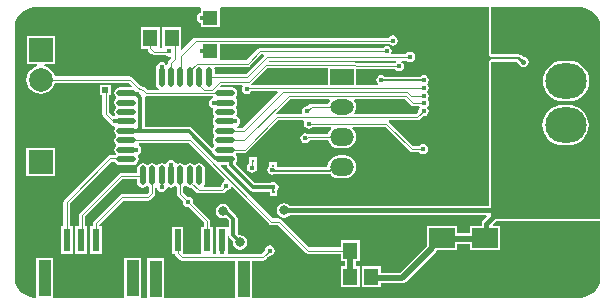
<source format=gtl>
G04*
G04 #@! TF.GenerationSoftware,Altium Limited,Altium Designer,20.1.7 (139)*
G04*
G04 Layer_Physical_Order=1*
G04 Layer_Color=255*
%FSLAX25Y25*%
%MOIN*%
G70*
G04*
G04 #@! TF.SameCoordinates,395A0049-4C10-4893-9831-33377791372B*
G04*
G04*
G04 #@! TF.FilePolarity,Positive*
G04*
G01*
G75*
%ADD14C,0.00394*%
%ADD15C,0.00787*%
%ADD36C,0.00472*%
%ADD37R,0.02000X0.02000*%
%ADD38O,0.02165X0.06496*%
%ADD39O,0.06496X0.02165*%
%ADD40R,0.00984X0.00984*%
%ADD41R,0.04724X0.05512*%
%ADD42R,0.08500X0.06500*%
%ADD43R,0.03937X0.12205*%
%ADD44R,0.02362X0.07480*%
%ADD45R,0.04724X0.04724*%
%ADD46C,0.01968*%
%ADD47C,0.01575*%
%ADD48C,0.01181*%
%ADD49C,0.00492*%
%ADD50R,0.07874X0.07874*%
%ADD51C,0.07874*%
%ADD52O,0.13780X0.11811*%
%ADD53R,0.07874X0.05512*%
%ADD54O,0.07874X0.05118*%
%ADD55O,0.07874X0.05906*%
%ADD56C,0.02362*%
%ADD57C,0.01772*%
%ADD58C,0.03150*%
%ADD59C,0.01800*%
%ADD60C,0.01087*%
G36*
X107874Y197622D02*
X162459Y197622D01*
X162783Y197122D01*
Y195713D01*
X162630Y195683D01*
X162072Y195310D01*
X161699Y194752D01*
X161569Y194095D01*
X161699Y193437D01*
X162072Y192879D01*
X162630Y192507D01*
X162783Y192476D01*
Y190932D01*
X169107D01*
Y197122D01*
X169107Y197257D01*
X169431Y197622D01*
X258928Y197622D01*
Y181926D01*
X258991Y181614D01*
X259167Y181349D01*
X259432Y181172D01*
X259744Y181110D01*
X268817D01*
X269045Y181065D01*
X269238Y180936D01*
X269720Y180454D01*
X269787Y180409D01*
X269844Y180352D01*
X269918Y180322D01*
X269985Y180277D01*
X270064Y180261D01*
X270138Y180231D01*
X270218D01*
X270297Y180215D01*
X270370Y180229D01*
X270750Y180154D01*
X271038Y179962D01*
X271230Y179674D01*
X271298Y179334D01*
X271230Y178995D01*
X271038Y178707D01*
X270750Y178515D01*
X270410Y178447D01*
X270071Y178515D01*
X269783Y178707D01*
X269591Y178995D01*
X269527Y179318D01*
X269496Y179392D01*
X269480Y179471D01*
X269436Y179537D01*
X269405Y179612D01*
X269348Y179668D01*
X269303Y179735D01*
X268970Y180068D01*
X268706Y180245D01*
X268393Y180307D01*
X268393Y180307D01*
X259744D01*
X259432Y180245D01*
X259167Y180068D01*
X258991Y179804D01*
X258928Y179492D01*
Y131540D01*
X192424D01*
X192362Y131633D01*
X191576Y132158D01*
X190650Y132343D01*
X189723Y132158D01*
X188937Y131633D01*
X188413Y130848D01*
X188228Y129921D01*
X188413Y128995D01*
X188937Y128209D01*
X189723Y127684D01*
X190650Y127500D01*
X191576Y127684D01*
X192362Y128209D01*
X192424Y128303D01*
X258038D01*
X258229Y127841D01*
X256941Y126553D01*
X256590Y126028D01*
X256467Y125408D01*
Y124768D01*
X252430D01*
Y122292D01*
X248259D01*
Y124768D01*
X238159D01*
Y118629D01*
X238124Y118453D01*
X238124Y118453D01*
Y118059D01*
X229266Y109201D01*
X222847D01*
Y111430D01*
X216523D01*
Y104318D01*
X222847D01*
Y105563D01*
X230020D01*
X230020Y105563D01*
X230716Y105701D01*
X231306Y106096D01*
X241229Y116019D01*
X241229Y116019D01*
X241624Y116609D01*
X241635Y116668D01*
X248259D01*
Y118653D01*
X252430D01*
Y116668D01*
X262530D01*
Y124768D01*
X260388D01*
X260196Y125230D01*
X261316Y126350D01*
X296048D01*
Y107874D01*
X296048Y107177D01*
X295776Y105811D01*
X295243Y104525D01*
X294469Y103366D01*
X293484Y102381D01*
X292326Y101608D01*
X291039Y101075D01*
X289673Y100803D01*
X179934D01*
Y113163D01*
X183511D01*
X183915Y113244D01*
X184258Y113473D01*
X185639Y114854D01*
X185827Y114817D01*
X186485Y114947D01*
X187042Y115320D01*
X187415Y115878D01*
X187546Y116535D01*
X187415Y117193D01*
X187042Y117751D01*
X186485Y118123D01*
X185827Y118254D01*
X185169Y118123D01*
X184611Y117751D01*
X184239Y117193D01*
X184108Y116535D01*
X184145Y116348D01*
X183073Y115276D01*
X179591D01*
X179563Y115282D01*
X174768D01*
X174740Y115276D01*
X172317D01*
X171846Y115347D01*
Y121286D01*
X172346Y121335D01*
X172411Y121013D01*
X172718Y120553D01*
X173632Y119639D01*
X173563Y119291D01*
X173747Y118365D01*
X174272Y117579D01*
X175058Y117054D01*
X175984Y116870D01*
X176911Y117054D01*
X177696Y117579D01*
X178221Y118365D01*
X178406Y119291D01*
X178221Y120218D01*
X177696Y121003D01*
X176911Y121528D01*
X175984Y121713D01*
X175637Y121644D01*
X175138Y122142D01*
Y127067D01*
X175030Y127610D01*
X174723Y128069D01*
X172482Y130310D01*
X172414Y130651D01*
X171889Y131437D01*
X171104Y131961D01*
X170177Y132146D01*
X169251Y131961D01*
X168465Y131437D01*
X167940Y130651D01*
X167756Y129724D01*
X167940Y128798D01*
X168465Y128012D01*
X169251Y127487D01*
X170177Y127303D01*
X171104Y127487D01*
X171218Y127564D01*
X172303Y126480D01*
Y124532D01*
X171846Y124427D01*
X171803Y124427D01*
X167884D01*
Y115347D01*
X167413Y115276D01*
X167396D01*
X166925Y115347D01*
X166925Y115776D01*
Y124427D01*
X166001D01*
Y126394D01*
X165920Y126799D01*
X165691Y127142D01*
X160343Y132490D01*
X160380Y132677D01*
X160249Y133335D01*
X159877Y133893D01*
X159319Y134265D01*
X158661Y134396D01*
X158474Y134359D01*
X156962Y135871D01*
Y137726D01*
X157317Y137963D01*
X157650Y138010D01*
X157982Y137963D01*
X158490Y137624D01*
X159224Y137478D01*
X159707Y137574D01*
X161414Y135867D01*
X161757Y135638D01*
X162161Y135558D01*
X169783D01*
X170188Y135638D01*
X170530Y135867D01*
X171171Y136507D01*
X171358Y136470D01*
X172016Y136601D01*
X172574Y136974D01*
X172914Y137483D01*
X173056Y137567D01*
X173425Y137679D01*
X185670Y125434D01*
X186013Y125205D01*
X186417Y125125D01*
X188539D01*
X197875Y115788D01*
X198218Y115559D01*
X198622Y115479D01*
X209436D01*
Y112979D01*
X210878D01*
Y111430D01*
X209436D01*
Y104318D01*
X215761D01*
Y111430D01*
X214516D01*
Y112979D01*
X215761D01*
Y120091D01*
X209436D01*
Y117592D01*
X199060D01*
X189724Y126928D01*
X189381Y127157D01*
X188976Y127238D01*
X186855D01*
X169498Y144595D01*
X169689Y145057D01*
X171439D01*
Y145056D01*
X171547Y144514D01*
X171854Y144054D01*
X179285Y136623D01*
X179745Y136316D01*
X180288Y136208D01*
X185814D01*
Y134830D01*
X188398D01*
Y136628D01*
X188625Y136968D01*
X188756Y137626D01*
X188625Y138283D01*
X188253Y138841D01*
X187695Y139214D01*
X187037Y139345D01*
X186379Y139214D01*
X186125Y139043D01*
X180875D01*
X174445Y145473D01*
X174460Y145619D01*
X174876Y146242D01*
X175022Y146976D01*
X174876Y147711D01*
X174537Y148219D01*
X174490Y148551D01*
X174537Y148884D01*
X174735Y149180D01*
X177559D01*
X177948Y149258D01*
X178278Y149478D01*
X188716Y159916D01*
X196942D01*
X197211Y159416D01*
X197100Y158858D01*
X197231Y158201D01*
X197603Y157643D01*
X198161Y157270D01*
X198819Y157139D01*
X199477Y157270D01*
X200034Y157643D01*
X200167Y157842D01*
X206243D01*
X206413Y157342D01*
X206182Y157165D01*
X205580Y156381D01*
X205234Y155545D01*
X198639D01*
X198427Y155503D01*
X198394Y155525D01*
X197736Y155656D01*
X197078Y155525D01*
X196521Y155152D01*
X196148Y154595D01*
X196017Y153937D01*
X196148Y153279D01*
X196521Y152722D01*
X197078Y152349D01*
X197736Y152218D01*
X198394Y152349D01*
X198952Y152722D01*
X199324Y153279D01*
X199355Y153432D01*
X205234D01*
X205580Y152596D01*
X206182Y151812D01*
X206966Y151210D01*
X207879Y150832D01*
X208858Y150703D01*
X210827D01*
X211806Y150832D01*
X212719Y151210D01*
X213503Y151812D01*
X214105Y152596D01*
X214483Y153508D01*
X214612Y154488D01*
X214483Y155468D01*
X214105Y156381D01*
X213503Y157165D01*
X213272Y157342D01*
X213442Y157842D01*
X224185D01*
X232451Y149577D01*
X232780Y149356D01*
X233169Y149279D01*
X235561D01*
X235694Y149080D01*
X236252Y148707D01*
X236910Y148576D01*
X237567Y148707D01*
X238125Y149080D01*
X238497Y149637D01*
X238628Y150295D01*
X238497Y150953D01*
X238125Y151511D01*
X237567Y151883D01*
X236910Y152014D01*
X236252Y151883D01*
X235694Y151511D01*
X235561Y151312D01*
X233590D01*
X225486Y159416D01*
X225693Y159916D01*
X235047D01*
X235435Y159993D01*
X235765Y160214D01*
X236872Y161320D01*
X237106Y161273D01*
X237764Y161404D01*
X238322Y161777D01*
X238694Y162334D01*
X238825Y162992D01*
X238694Y163650D01*
X238322Y164207D01*
X238563Y164648D01*
X238793Y164992D01*
X238924Y165650D01*
X238793Y166307D01*
X238420Y166865D01*
X238571Y167366D01*
X238694Y167551D01*
X238825Y168209D01*
X238694Y168866D01*
X238322Y169424D01*
Y169562D01*
X238336Y169571D01*
X238709Y170129D01*
X238840Y170787D01*
X238709Y171444D01*
X238559Y171669D01*
X238357Y172046D01*
X238554Y172458D01*
X238694Y172669D01*
X238825Y173327D01*
X238694Y173985D01*
X238322Y174542D01*
X237764Y174915D01*
X237106Y175046D01*
X236449Y174915D01*
X235893Y174544D01*
X224244D01*
X223689Y174915D01*
X223031Y175046D01*
X222374Y174915D01*
X221816Y174542D01*
X221444Y173985D01*
X221313Y173327D01*
X221444Y172669D01*
X221816Y172111D01*
X221838Y172097D01*
X221686Y171597D01*
X214580D01*
Y176936D01*
X227490D01*
X227623Y176737D01*
X228181Y176365D01*
X228839Y176234D01*
X229496Y176365D01*
X230054Y176737D01*
X230427Y177295D01*
X230557Y177953D01*
X230427Y178611D01*
X230054Y179168D01*
X229742Y179376D01*
X229894Y179876D01*
X231305D01*
X231363Y179788D01*
X231921Y179416D01*
X232579Y179285D01*
X233237Y179416D01*
X233794Y179788D01*
X234167Y180346D01*
X234298Y181004D01*
X234167Y181662D01*
X233794Y182219D01*
X233237Y182592D01*
X232579Y182723D01*
X231921Y182592D01*
X231363Y182219D01*
X231156Y181909D01*
X226676D01*
X226410Y182409D01*
X226522Y182972D01*
X226391Y183630D01*
X226019Y184188D01*
X225461Y184560D01*
X224803Y184691D01*
X224145Y184560D01*
X223588Y184188D01*
X223482Y184029D01*
X182579D01*
X182174Y183949D01*
X181832Y183720D01*
X178007Y179895D01*
X169602D01*
X169107Y179909D01*
Y185499D01*
X225423D01*
X225556Y185300D01*
X226114Y184928D01*
X226772Y184797D01*
X227429Y184928D01*
X227987Y185300D01*
X228360Y185858D01*
X228490Y186516D01*
X228360Y187173D01*
X227987Y187731D01*
X227429Y188104D01*
X226772Y188235D01*
X226114Y188104D01*
X225556Y187731D01*
X225423Y187532D01*
X161122D01*
X160733Y187455D01*
X160403Y187234D01*
X156668Y183500D01*
X156312Y183850D01*
Y190957D01*
X149987D01*
Y183931D01*
X149225D01*
Y190957D01*
X142901D01*
Y183846D01*
X145028D01*
X145087Y183552D01*
X145316Y183210D01*
X146399Y182127D01*
X146741Y181898D01*
X147146Y181817D01*
X150995D01*
X151095Y181667D01*
X151652Y181295D01*
X152310Y181164D01*
X152676Y181237D01*
X152761Y181188D01*
X152897Y180671D01*
X152107Y179881D01*
X151878Y179538D01*
X151798Y179134D01*
Y178607D01*
X151298Y178455D01*
X151019Y178873D01*
X150461Y179245D01*
X149803Y179376D01*
X149145Y179245D01*
X148588Y178873D01*
X148215Y178315D01*
X148084Y177657D01*
X148115Y177505D01*
X148002Y177337D01*
X147856Y176602D01*
Y172272D01*
X148002Y171537D01*
X148418Y170914D01*
X149041Y170498D01*
X148980Y170001D01*
X145144D01*
X144245Y170900D01*
X143902Y171129D01*
X143498Y171209D01*
X143476D01*
X143476Y171209D01*
Y171219D01*
X143073Y171299D01*
X142732Y171527D01*
X142725Y171520D01*
X139998Y174247D01*
X139656Y174476D01*
X139251Y174557D01*
X114139D01*
X114115Y174737D01*
X113638Y175889D01*
X112879Y176878D01*
X111889Y177638D01*
X110737Y178115D01*
X110811Y178605D01*
X114237D01*
Y188080D01*
X104763D01*
Y178605D01*
X108189D01*
X108263Y178115D01*
X107111Y177638D01*
X106122Y176878D01*
X105362Y175889D01*
X104885Y174737D01*
X104722Y173500D01*
X104885Y172263D01*
X105362Y171111D01*
X106122Y170122D01*
X107111Y169362D01*
X108263Y168885D01*
X109500Y168722D01*
X110737Y168885D01*
X111889Y169362D01*
X112879Y170122D01*
X113638Y171111D01*
X114115Y172263D01*
X114139Y172443D01*
X138814D01*
X139814Y171443D01*
X139607Y170943D01*
X135898D01*
X135163Y170797D01*
X134540Y170381D01*
X134124Y169758D01*
X133978Y169024D01*
X134124Y168289D01*
X134540Y167666D01*
Y167231D01*
X134124Y166609D01*
X133978Y165874D01*
X134124Y165139D01*
X134463Y164632D01*
X134510Y164299D01*
X134463Y163967D01*
X134124Y163459D01*
X133978Y162724D01*
X134124Y161990D01*
X134272Y161769D01*
X134271Y161745D01*
X134063Y161334D01*
X133556Y161246D01*
X132159Y162642D01*
Y168279D01*
X132856D01*
Y171879D01*
X129256D01*
Y168279D01*
X130046D01*
Y162205D01*
X130126Y161800D01*
X130355Y161458D01*
X132606Y159207D01*
X132664Y158917D01*
X133037Y158359D01*
X133594Y157987D01*
X134019Y157902D01*
X134271Y157404D01*
X134272Y157381D01*
X134124Y157160D01*
X133978Y156425D01*
X134124Y155691D01*
X134463Y155183D01*
X134510Y154850D01*
X134463Y154518D01*
X134124Y154010D01*
X133978Y153276D01*
X134124Y152541D01*
X134540Y151918D01*
Y151483D01*
X134124Y150861D01*
X133978Y150126D01*
X134124Y149391D01*
X134463Y148884D01*
X134483Y148742D01*
X134178Y148301D01*
X132677D01*
X132273Y148220D01*
X131930Y147991D01*
X117363Y133424D01*
X117134Y133081D01*
X117054Y132677D01*
Y124619D01*
X116129D01*
Y115539D01*
X120091D01*
Y124619D01*
X119167D01*
Y132239D01*
X133115Y146188D01*
X134160D01*
X134540Y145619D01*
X135163Y145203D01*
X135898Y145057D01*
X140228D01*
X140963Y145203D01*
X141586Y145619D01*
X142002Y146242D01*
X142148Y146976D01*
X142002Y147711D01*
X141819Y147984D01*
X141996Y148412D01*
X142554Y148785D01*
X142927Y149342D01*
X143057Y150000D01*
X142927Y150658D01*
X142554Y151215D01*
X142267Y151407D01*
X142121Y152020D01*
X142131Y152054D01*
X142246Y152219D01*
X158885D01*
X170848Y140256D01*
X170736Y139887D01*
X170652Y139745D01*
X170143Y139404D01*
X169770Y138847D01*
X169639Y138189D01*
X169670Y138037D01*
X169342Y137671D01*
X164010D01*
X163819Y138171D01*
X164147Y138663D01*
X164294Y139398D01*
Y143728D01*
X164147Y144463D01*
X163731Y145086D01*
X163109Y145502D01*
X162374Y145648D01*
X161639Y145502D01*
X161017Y145086D01*
X160582D01*
X159959Y145502D01*
X159224Y145648D01*
X158490Y145502D01*
X157982Y145162D01*
X157650Y145116D01*
X157317Y145162D01*
X156809Y145502D01*
X156075Y145648D01*
X155340Y145502D01*
X155108Y145347D01*
X154553Y145577D01*
X154541Y145638D01*
X154168Y146196D01*
X153611Y146568D01*
X152953Y146699D01*
X152295Y146568D01*
X151737Y146196D01*
X151365Y145638D01*
X151346Y145545D01*
X150791Y145314D01*
X150510Y145502D01*
X149776Y145648D01*
X149041Y145502D01*
X148418Y145086D01*
X147983D01*
X147361Y145502D01*
X146626Y145648D01*
X145891Y145502D01*
X145269Y145086D01*
X144834D01*
X144211Y145502D01*
X143476Y145648D01*
X142742Y145502D01*
X142119Y145086D01*
X141703Y144463D01*
X141557Y143728D01*
Y142395D01*
X136221D01*
X135816Y142315D01*
X135473Y142086D01*
X122481Y129094D01*
X122252Y128751D01*
X122172Y128347D01*
Y124619D01*
X121050D01*
Y115539D01*
X125013D01*
Y124619D01*
X124285D01*
Y127909D01*
X136658Y140282D01*
X141557D01*
Y139398D01*
X141703Y138663D01*
X142119Y138040D01*
X142742Y137624D01*
X143476Y137478D01*
X144211Y137624D01*
X144834Y138040D01*
X145384Y137963D01*
X145570Y137839D01*
Y136040D01*
X144838Y135309D01*
X136614D01*
X136210Y135228D01*
X135867Y134999D01*
X127206Y126338D01*
X126977Y125995D01*
X126896Y125591D01*
Y124619D01*
X125972D01*
Y115539D01*
X129934D01*
Y124619D01*
X129009D01*
Y125153D01*
X137052Y133195D01*
X145276D01*
X145680Y133276D01*
X146023Y133505D01*
X147373Y134855D01*
X147602Y135198D01*
X147682Y135602D01*
Y137252D01*
X148182Y137302D01*
X148215Y137137D01*
X148588Y136580D01*
X149145Y136207D01*
X149803Y136076D01*
X150461Y136207D01*
X151019Y136580D01*
X151391Y137137D01*
X151465Y137508D01*
X152002Y137750D01*
X152191Y137624D01*
X152925Y137478D01*
X153660Y137624D01*
X154167Y137963D01*
X154365Y137991D01*
X154849Y137679D01*
Y135433D01*
X154929Y135029D01*
X155158Y134686D01*
X156980Y132865D01*
X156943Y132677D01*
X157073Y132019D01*
X157446Y131462D01*
X158004Y131089D01*
X158661Y130958D01*
X158849Y130996D01*
X163888Y125957D01*
Y124427D01*
X162963D01*
Y115776D01*
X162963Y115347D01*
X162492Y115276D01*
X157554D01*
X157083Y115347D01*
Y124427D01*
X153121D01*
Y115347D01*
X154168D01*
X154175Y115310D01*
X154404Y114968D01*
X155899Y113473D01*
X156242Y113244D01*
X156647Y113163D01*
X174397D01*
Y100803D01*
X150534D01*
Y113989D01*
X144997D01*
Y100803D01*
X142943D01*
Y114181D01*
X137406D01*
Y100803D01*
X113542D01*
Y114181D01*
X108005D01*
Y100803D01*
X107177D01*
X105811Y101075D01*
X104525Y101608D01*
X103366Y102381D01*
X102381Y103366D01*
X101608Y104525D01*
X101075Y105811D01*
X100803Y107177D01*
Y107874D01*
Y190551D01*
Y191248D01*
X101075Y192614D01*
X101608Y193901D01*
X102381Y195059D01*
X103366Y196044D01*
X104525Y196818D01*
X105811Y197351D01*
X107177Y197622D01*
X107874Y197622D01*
D02*
G37*
G36*
X227935Y179376D02*
X227623Y179168D01*
X227490Y178969D01*
X214897D01*
X214581Y179180D01*
X214192Y179257D01*
X185752D01*
X185488Y179757D01*
X185570Y179876D01*
X227783D01*
X227935Y179376D01*
D02*
G37*
G36*
X291039Y197351D02*
X292326Y196818D01*
X293484Y196044D01*
X294469Y195059D01*
X295243Y193901D01*
X295776Y192614D01*
X296048Y191248D01*
X296048Y190551D01*
Y190551D01*
D01*
Y127165D01*
X259807D01*
X259744Y127228D01*
Y179492D01*
X268393D01*
X268727Y179158D01*
X268823Y178677D01*
X269195Y178119D01*
X269753Y177746D01*
X270410Y177615D01*
X271068Y177746D01*
X271626Y178119D01*
X271999Y178677D01*
X272129Y179334D01*
X271999Y179992D01*
X271626Y180550D01*
X271068Y180922D01*
X270410Y181053D01*
X270297Y181031D01*
X269758Y181569D01*
X269363Y181833D01*
X268898Y181926D01*
X259744D01*
Y197622D01*
X288976D01*
X289673D01*
X291039Y197351D01*
D02*
G37*
G36*
X183916Y181416D02*
X177926Y175426D01*
X167443D01*
Y176602D01*
X167308Y177282D01*
X167344Y177435D01*
X167530Y177782D01*
X178445D01*
X178849Y177863D01*
X179192Y178092D01*
X183016Y181916D01*
X183708D01*
X183916Y181416D01*
D02*
G37*
G36*
X205105Y171597D02*
X179877D01*
X179725Y172097D01*
X179754Y172116D01*
X184863Y177225D01*
X205105D01*
Y171597D01*
D02*
G37*
G36*
X205796Y166528D02*
X205530Y166182D01*
X205266Y165545D01*
X199823D01*
X199418Y165464D01*
X199076Y165235D01*
X198416Y164575D01*
X198228Y164613D01*
X197571Y164482D01*
X197013Y164109D01*
X196640Y163551D01*
X196510Y162894D01*
X196598Y162449D01*
X196277Y161949D01*
X188294D01*
X188186Y161927D01*
X187939Y162388D01*
X192579Y167028D01*
X205549D01*
X205796Y166528D01*
D02*
G37*
G36*
X232844Y164931D02*
X233174Y164711D01*
X233563Y164633D01*
X235628D01*
X235757Y164424D01*
X235835Y164153D01*
X235748Y163994D01*
X235518Y163650D01*
X235387Y162992D01*
X235434Y162757D01*
X234626Y161949D01*
X214136D01*
X213890Y162449D01*
X214155Y162794D01*
X214493Y163611D01*
X214609Y164488D01*
X214493Y165365D01*
X214155Y166182D01*
X213890Y166528D01*
X214136Y167028D01*
X230748D01*
X232844Y164931D01*
D02*
G37*
G36*
X176753Y171318D02*
X176562Y171032D01*
X176431Y170374D01*
X176562Y169716D01*
X176934Y169159D01*
X177492Y168786D01*
X178150Y168655D01*
X178807Y168786D01*
X179365Y169159D01*
X179636Y169564D01*
X188339D01*
X188531Y169102D01*
X176744Y157316D01*
X175196D01*
X175043Y157523D01*
X175161Y158153D01*
X175428Y158332D01*
X175801Y158889D01*
X175931Y159547D01*
X175801Y160205D01*
X175428Y160763D01*
X174870Y161135D01*
X174672Y161685D01*
X174876Y161990D01*
X175022Y162724D01*
X174876Y163459D01*
X174537Y163967D01*
X174490Y164299D01*
X174537Y164632D01*
X174876Y165139D01*
X175022Y165874D01*
X174876Y166609D01*
X174460Y167231D01*
Y167666D01*
X174876Y168289D01*
X175022Y169024D01*
X174876Y169758D01*
X174460Y170381D01*
X173837Y170797D01*
X173102Y170943D01*
X169446D01*
X169239Y171443D01*
X169614Y171818D01*
X176486D01*
X176753Y171318D01*
D02*
G37*
G36*
X144706Y167888D02*
X166776D01*
X166855Y167785D01*
X166666Y167240D01*
X166653Y167229D01*
X166107Y166865D01*
X165735Y166307D01*
X165604Y165650D01*
X165735Y164992D01*
X166107Y164434D01*
X166665Y164062D01*
X166873Y164020D01*
X167064Y163558D01*
X166998Y163459D01*
X166852Y162724D01*
X166998Y161990D01*
X167414Y161367D01*
Y160932D01*
X166998Y160309D01*
X166852Y159575D01*
X166998Y158840D01*
X167338Y158333D01*
X167384Y158000D01*
X167338Y157668D01*
X166998Y157160D01*
X166852Y156425D01*
X166998Y155691D01*
X167338Y155183D01*
X167384Y154850D01*
X167338Y154518D01*
X166998Y154010D01*
X166852Y153276D01*
X166998Y152541D01*
X167414Y151918D01*
Y151483D01*
X166998Y150861D01*
X166986Y150800D01*
X166508Y150655D01*
X159762Y157400D01*
X159302Y157708D01*
X158760Y157815D01*
X144134D01*
Y167317D01*
X144090Y167539D01*
X144107Y167573D01*
X144523Y167924D01*
X144706Y167888D01*
D02*
G37*
%LPC*%
G36*
X210827Y148273D02*
X208858D01*
X207879Y148144D01*
X206966Y147766D01*
X206182Y147165D01*
X205580Y146381D01*
X205202Y145468D01*
X205073Y144488D01*
X204921Y144315D01*
X188202D01*
Y146076D01*
X185617D01*
Y144854D01*
X185466Y144753D01*
X185093Y144195D01*
X184962Y143537D01*
X185093Y142880D01*
X185466Y142322D01*
X186023Y141949D01*
X186681Y141819D01*
X187339Y141949D01*
X187341Y141951D01*
X187695Y141881D01*
X206083D01*
X206123Y141888D01*
X206182Y141812D01*
X206966Y141210D01*
X207879Y140832D01*
X208858Y140703D01*
X210827D01*
X211806Y140832D01*
X212719Y141210D01*
X213503Y141812D01*
X214105Y142596D01*
X214483Y143509D01*
X214612Y144488D01*
X214483Y145468D01*
X214105Y146381D01*
X213503Y147165D01*
X212719Y147766D01*
X211806Y148144D01*
X210827Y148273D01*
D02*
G37*
G36*
X181509Y147749D02*
X178924D01*
Y146303D01*
X178904Y146201D01*
Y146122D01*
X178865Y145924D01*
Y145515D01*
X178706Y145408D01*
X178333Y144851D01*
X178202Y144193D01*
X178333Y143535D01*
X178706Y142977D01*
X179263Y142605D01*
X179921Y142474D01*
X180579Y142605D01*
X181137Y142977D01*
X181509Y143535D01*
X181640Y144193D01*
X181543Y144679D01*
X181509Y145165D01*
X181509Y145165D01*
X181509Y145165D01*
Y147749D01*
D02*
G37*
G36*
X114186Y150800D02*
X104712D01*
Y141326D01*
X114186D01*
Y150800D01*
D02*
G37*
G36*
X285630Y179730D02*
X283661D01*
X282347Y179601D01*
X281083Y179217D01*
X279918Y178595D01*
X278897Y177757D01*
X278059Y176735D01*
X277436Y175571D01*
X277053Y174307D01*
X276923Y172992D01*
X277053Y171678D01*
X277436Y170414D01*
X278059Y169249D01*
X278897Y168228D01*
X279918Y167390D01*
X281083Y166767D01*
X282347Y166384D01*
X283661Y166254D01*
X285630D01*
X286944Y166384D01*
X288208Y166767D01*
X289373Y167390D01*
X290394Y168228D01*
X291232Y169249D01*
X291855Y170414D01*
X292238Y171678D01*
X292368Y172992D01*
X292238Y174307D01*
X291855Y175571D01*
X291232Y176735D01*
X290394Y177757D01*
X289373Y178595D01*
X288208Y179217D01*
X286944Y179601D01*
X285630Y179730D01*
D02*
G37*
G36*
X285430Y165030D02*
X283461D01*
X282147Y164901D01*
X280883Y164517D01*
X279718Y163894D01*
X278697Y163057D01*
X277859Y162036D01*
X277236Y160871D01*
X276853Y159607D01*
X276724Y158292D01*
X276853Y156978D01*
X277236Y155714D01*
X277859Y154549D01*
X278697Y153528D01*
X279718Y152690D01*
X280883Y152067D01*
X282147Y151684D01*
X283461Y151554D01*
X285430D01*
X286744Y151684D01*
X288008Y152067D01*
X289173Y152690D01*
X290194Y153528D01*
X291032Y154549D01*
X291655Y155714D01*
X292038Y156978D01*
X292168Y158292D01*
X292038Y159607D01*
X291655Y160871D01*
X291032Y162036D01*
X290194Y163057D01*
X289173Y163894D01*
X288008Y164517D01*
X286744Y164901D01*
X285430Y165030D01*
D02*
G37*
%LPD*%
D14*
X170937Y159575D02*
X170965Y159547D01*
X170937Y159575D02*
Y159575D01*
X170965Y159547D02*
X174213D01*
X224606Y158858D02*
X233169Y150295D01*
X236910D01*
X198819Y158858D02*
X224606D01*
X162374Y171878D02*
Y174437D01*
X164075Y170177D02*
X166535D01*
X162374Y171878D02*
X164075Y170177D01*
X169193Y172835D02*
X179035D01*
X166535Y170177D02*
X169193Y172835D01*
X214481Y177953D02*
X228839D01*
X214192Y178241D02*
X214481Y177953D01*
X184442Y178241D02*
X214192D01*
X179035Y172835D02*
X184442Y178241D01*
X165551Y174409D02*
X178347D01*
X184830Y180893D01*
X232468D01*
X232579Y181004D01*
X156075Y174437D02*
X156102Y174465D01*
Y181496D01*
X161122Y186516D02*
X226772D01*
X156102Y181496D02*
X161122Y186516D01*
X235047Y160932D02*
X237106Y162992D01*
X165524Y174437D02*
X165551Y174409D01*
X233563Y165650D02*
X237205D01*
X231169Y168044D02*
X233563Y165650D01*
X171232Y150126D02*
X171303Y150197D01*
X177559D01*
X188294Y160932D01*
X235047D01*
X190104Y169238D02*
X231747D01*
X232776Y168209D02*
X237106D01*
X231747Y169238D02*
X232776Y168209D01*
X192158Y168044D02*
X231169D01*
X170937Y153276D02*
X170965Y153248D01*
X177362D01*
X192158Y168044D01*
X170937Y156425D02*
X171063Y156299D01*
X177165D02*
X190104Y169238D01*
X171063Y156299D02*
X177165D01*
X178150Y170374D02*
X178356Y170580D01*
X236914D02*
X237121Y170787D01*
X178356Y170580D02*
X236914D01*
X138063Y150126D02*
X141213D01*
X141339Y150000D01*
D15*
X270272Y179334D02*
X270410D01*
X268898Y180709D02*
X270272Y179334D01*
X255315Y180709D02*
X268898D01*
X223031Y173327D02*
X237106D01*
X187072Y137409D02*
X187163Y137500D01*
X207781Y144796D02*
X209535D01*
X187695Y143098D02*
X206083D01*
X207781Y144796D01*
X187443Y143349D02*
X187695Y143098D01*
X186869Y143349D02*
X187443D01*
X186681Y143537D02*
X186869Y143349D01*
X187072Y136157D02*
X187106Y136122D01*
X187072Y136157D02*
Y137409D01*
X187037Y137626D02*
X187163Y137500D01*
D36*
X141978Y170773D02*
X142666Y170314D01*
X143476Y170153D01*
Y170153D02*
X143476Y170153D01*
X179961Y146201D02*
X180217Y146457D01*
X179921Y145924D02*
X179961Y145963D01*
Y146201D01*
X179921Y144193D02*
Y145924D01*
X167930Y147468D02*
X168422Y146976D01*
X167901Y147498D02*
X167930Y147468D01*
X168505Y146976D02*
X170937D01*
X168422D02*
X168505D01*
X159350Y139425D02*
Y142126D01*
X198639Y154488D02*
X209842D01*
X198088Y153937D02*
X198639Y154488D01*
X197736Y153937D02*
X198088D01*
X162161Y136614D02*
X169783D01*
X171358Y138189D01*
X159350Y139425D02*
X162161Y136614D01*
X159224Y141563D02*
Y142000D01*
X159350Y142126D01*
X199823Y164488D02*
X209842D01*
X198228Y162894D02*
X199823Y164488D01*
X152925Y141563D02*
Y144953D01*
X152953Y144980D01*
X152854Y174409D02*
Y179134D01*
X152301Y182874D02*
X152310Y182883D01*
X147146Y182874D02*
X152301D01*
X153150Y187402D02*
X154232Y186319D01*
Y180512D02*
Y186319D01*
X152854Y179134D02*
X154232Y180512D01*
X152882Y174437D02*
X152925D01*
X152854Y174409D02*
X152882Y174437D01*
X146063Y183957D02*
X147146Y182874D01*
X149803Y174465D02*
Y177657D01*
X149776Y174437D02*
X149803Y174465D01*
X138063Y153276D02*
X159323D01*
X186417Y126181D01*
X188976D01*
X198622Y116535D02*
X212598D01*
X188976Y126181D02*
X198622Y116535D01*
X159224Y176547D02*
X161516Y178839D01*
X159224Y174437D02*
Y176547D01*
X161516Y178839D02*
X178445D01*
X182579Y182972D02*
X224803D01*
X178445Y178839D02*
X182579Y182972D01*
X167126Y169024D02*
X170937D01*
X167046Y168944D02*
X167126Y169024D01*
X144706Y168944D02*
X167046D01*
X143498Y170153D02*
X144706Y168944D01*
X163287Y194095D02*
X165945D01*
X146063Y183957D02*
Y187402D01*
X163287Y182972D02*
X165847D01*
X165945Y183071D02*
Y183071D01*
X165847Y182972D02*
X165945Y183071D01*
X209842Y174016D02*
Y174488D01*
X209744Y173917D02*
X209842Y174016D01*
X143476Y170153D02*
X143498D01*
X139251Y173500D02*
X141978Y170773D01*
X109500Y173500D02*
X139251D01*
X131102Y162205D02*
Y170079D01*
Y162205D02*
X133732Y159575D01*
X134252D01*
X149776Y141563D02*
X149789Y141549D01*
Y137809D02*
Y141549D01*
Y137809D02*
X149803Y137795D01*
X132677Y147244D02*
X137795D01*
X118110Y120079D02*
Y132677D01*
X137795Y147244D02*
X138063Y146976D01*
X118110Y132677D02*
X132677Y147244D01*
X109449Y146063D02*
X109843Y145669D01*
X164944Y119887D02*
Y126394D01*
X158661Y132677D02*
X164944Y126394D01*
X155905Y135433D02*
Y141732D01*
Y135433D02*
X158661Y132677D01*
X155905Y141732D02*
X156075Y141563D01*
X164769Y119887D02*
X164944D01*
X164567Y119685D02*
X164769Y119887D01*
X156647Y114220D02*
X174762D01*
X155152Y115715D02*
X156647Y114220D01*
X183511D02*
X185827Y116535D01*
X179569Y114220D02*
X183511D01*
X174768Y114225D02*
X179563D01*
X174762Y114220D02*
X174768Y114225D01*
X179563D02*
X179569Y114220D01*
X170079Y116142D02*
Y119673D01*
X169865Y119887D02*
X170079Y119673D01*
X155102Y119702D02*
X155152Y119651D01*
Y115715D02*
Y119651D01*
X155102Y119702D02*
Y119887D01*
X146626Y135602D02*
Y141563D01*
X145276Y134252D02*
X146626Y135602D01*
X127953Y125591D02*
X136614Y134252D01*
X145276D01*
X127953Y120079D02*
Y125591D01*
X143252Y141339D02*
X143476Y141563D01*
X136221Y141339D02*
X143252D01*
X123228Y120472D02*
Y128347D01*
X136221Y141339D01*
X123031Y120079D02*
Y120276D01*
X123228Y120472D01*
X170937Y165874D02*
X172949D01*
D37*
X127756Y170079D02*
D03*
X131056D02*
D03*
D38*
X143476Y174437D02*
D03*
X146626D02*
D03*
X149776D02*
D03*
X152925D02*
D03*
X156075D02*
D03*
X159224D02*
D03*
X162374D02*
D03*
X165524D02*
D03*
Y141563D02*
D03*
X162374D02*
D03*
X159224D02*
D03*
X156075D02*
D03*
X152925D02*
D03*
X149776D02*
D03*
X146626D02*
D03*
X143476D02*
D03*
D39*
X170937Y169024D02*
D03*
Y165874D02*
D03*
Y162724D02*
D03*
Y159575D02*
D03*
Y156425D02*
D03*
Y153276D02*
D03*
Y150126D02*
D03*
Y146976D02*
D03*
X138063D02*
D03*
Y150126D02*
D03*
Y153276D02*
D03*
Y156425D02*
D03*
Y159575D02*
D03*
Y162724D02*
D03*
Y165874D02*
D03*
Y169024D02*
D03*
D40*
X188878Y136122D02*
D03*
X187106D02*
D03*
X181988Y146457D02*
D03*
X180217D02*
D03*
X188681Y144783D02*
D03*
X186909D02*
D03*
D41*
X212598Y116535D02*
D03*
X219685D02*
D03*
X212598Y107874D02*
D03*
X219685D02*
D03*
X153150Y187402D02*
D03*
X146063D02*
D03*
D42*
X257480Y108219D02*
D03*
Y120719D02*
D03*
X243209Y108219D02*
D03*
Y120719D02*
D03*
D43*
X147765Y107087D02*
D03*
X177165D02*
D03*
X110774Y107279D02*
D03*
X140174D02*
D03*
D44*
X155102Y119887D02*
D03*
X160023D02*
D03*
X164944D02*
D03*
X169865D02*
D03*
X118110Y120079D02*
D03*
X123031D02*
D03*
X127953D02*
D03*
X132874D02*
D03*
D45*
X165945Y194095D02*
D03*
X174213D02*
D03*
X165945Y183071D02*
D03*
X174213D02*
D03*
D46*
X255118Y180709D02*
X255315D01*
X255315Y180709D01*
X241963Y120472D02*
X257382D01*
X212697Y107874D02*
Y116437D01*
X212598Y116535D02*
X212697Y116437D01*
X212598Y107874D02*
X212697D01*
X219587Y107382D02*
X230020D01*
X239943Y117305D01*
Y118453D01*
X241963Y120472D01*
X219685Y107480D02*
Y107874D01*
X219587Y107382D02*
X219685Y107480D01*
D47*
X257382Y120472D02*
X258085Y121176D01*
Y125408D01*
X261319Y128642D01*
X262070Y131103D02*
X262205D01*
X260889Y129921D02*
X262070Y131103D01*
X190650Y129921D02*
X260889D01*
D48*
X171063Y129724D02*
X173721Y127067D01*
X170177Y129724D02*
X171063D01*
X173721Y121555D02*
X175984Y119291D01*
X173721Y121555D02*
Y127067D01*
X170937Y146976D02*
X172402D01*
X172857Y146522D01*
Y145056D02*
Y146522D01*
Y145056D02*
X180288Y137626D01*
X187037D01*
X167930Y147468D02*
X168013D01*
X167689D02*
X167930D01*
X168013D02*
X168505Y146976D01*
X158760Y156398D02*
X167689Y147468D01*
X142224Y156398D02*
X158760D01*
X142126Y156299D02*
X142224Y156398D01*
X142063Y156362D02*
Y156572D01*
X142717Y157226D01*
X141484Y168549D02*
X142717Y167317D01*
Y157226D02*
Y167317D01*
X141236Y168797D02*
X141484Y168549D01*
X140884Y168797D02*
X141236D01*
X140658Y169024D02*
X140884Y168797D01*
X138063Y169024D02*
X140658D01*
X138063Y156425D02*
X138126Y156362D01*
X142063D01*
D49*
X170825Y165762D02*
X170937Y165874D01*
X167435Y165762D02*
X170825D01*
X167323Y165650D02*
X167435Y165762D01*
D50*
X109449Y146063D02*
D03*
X109500Y183343D02*
D03*
D51*
X109449Y136221D02*
D03*
X109500Y173500D02*
D03*
Y163657D02*
D03*
D52*
X284446Y158292D02*
D03*
X284646Y172992D02*
D03*
X284747Y134228D02*
D03*
X284547Y119528D02*
D03*
D53*
X209842Y174488D02*
D03*
D54*
Y164488D02*
D03*
D55*
Y154488D02*
D03*
Y144488D02*
D03*
Y134488D02*
D03*
D56*
X294095Y187795D02*
D03*
Y180709D02*
D03*
Y152362D02*
D03*
Y145276D02*
D03*
Y138189D02*
D03*
Y131103D02*
D03*
X290551Y194882D02*
D03*
X292323Y191339D02*
D03*
X290551Y187795D02*
D03*
X292323Y184252D02*
D03*
Y148819D02*
D03*
X290551Y145276D02*
D03*
X292323Y141732D02*
D03*
X287008Y194882D02*
D03*
X288780Y191339D02*
D03*
X287008Y187795D02*
D03*
X288780Y184252D02*
D03*
Y148819D02*
D03*
X287008Y145276D02*
D03*
X288780Y141732D02*
D03*
X283465Y194882D02*
D03*
X285237Y191339D02*
D03*
X283465Y187795D02*
D03*
X285237Y184252D02*
D03*
Y148819D02*
D03*
X283465Y145276D02*
D03*
X279922Y194882D02*
D03*
X281693Y191339D02*
D03*
X279922Y187795D02*
D03*
X281693Y184252D02*
D03*
Y148819D02*
D03*
X279922Y145276D02*
D03*
X281693Y141732D02*
D03*
X276378Y194882D02*
D03*
X278150Y191339D02*
D03*
X276378Y187795D02*
D03*
X278150Y184252D02*
D03*
Y148819D02*
D03*
X276378Y145276D02*
D03*
X278150Y141732D02*
D03*
X276378Y138189D02*
D03*
Y131103D02*
D03*
X272835Y194882D02*
D03*
X274606Y191339D02*
D03*
X272835Y187795D02*
D03*
X274606Y184252D02*
D03*
X272835Y152362D02*
D03*
X274606Y148819D02*
D03*
X272835Y145276D02*
D03*
X274606Y141732D02*
D03*
X272835Y138189D02*
D03*
X274606Y134646D02*
D03*
X272835Y131103D02*
D03*
X269292Y194882D02*
D03*
X271063Y191339D02*
D03*
X269292Y187795D02*
D03*
X271063Y184252D02*
D03*
Y155906D02*
D03*
Y148819D02*
D03*
X269292Y145276D02*
D03*
X271063Y141732D02*
D03*
X269292Y138189D02*
D03*
X271063Y134646D02*
D03*
X269292Y131103D02*
D03*
X265748Y194882D02*
D03*
X267520Y191339D02*
D03*
X265748Y187795D02*
D03*
X267520Y184252D02*
D03*
Y141732D02*
D03*
X265748Y138189D02*
D03*
X267520Y134646D02*
D03*
X265748Y131103D02*
D03*
X262205Y194882D02*
D03*
X263977Y191339D02*
D03*
X262205Y187795D02*
D03*
X263977Y184252D02*
D03*
Y141732D02*
D03*
X262205Y138189D02*
D03*
X263977Y134646D02*
D03*
X262205Y131103D02*
D03*
X294095Y124016D02*
D03*
Y116929D02*
D03*
Y109843D02*
D03*
X292323Y113386D02*
D03*
X290551Y109843D02*
D03*
X292323Y106299D02*
D03*
X290551Y102756D02*
D03*
X287008Y109843D02*
D03*
X288780Y106299D02*
D03*
X287008Y102756D02*
D03*
X283465Y109843D02*
D03*
X285237Y106299D02*
D03*
X283465Y102756D02*
D03*
X279922Y109843D02*
D03*
X281693Y106299D02*
D03*
X279922Y102756D02*
D03*
X276378Y124016D02*
D03*
Y116929D02*
D03*
X278150Y113386D02*
D03*
X276378Y109843D02*
D03*
X278150Y106299D02*
D03*
X276378Y102756D02*
D03*
X272835Y124016D02*
D03*
X274606Y120473D02*
D03*
X272835Y116929D02*
D03*
X274606Y113386D02*
D03*
X272835Y109843D02*
D03*
X274606Y106299D02*
D03*
X272835Y102756D02*
D03*
X269292Y124016D02*
D03*
X271063Y120473D02*
D03*
X269292Y116929D02*
D03*
X271063Y113386D02*
D03*
X269292Y109843D02*
D03*
X271063Y106299D02*
D03*
X269292Y102756D02*
D03*
X265748Y124016D02*
D03*
X267520Y120473D02*
D03*
X265748Y116929D02*
D03*
X267520Y113386D02*
D03*
X265748Y109843D02*
D03*
X267520Y106299D02*
D03*
X265748Y102756D02*
D03*
X263977Y120473D02*
D03*
Y113386D02*
D03*
Y106299D02*
D03*
X262205Y102756D02*
D03*
X260433Y113386D02*
D03*
X258662Y102756D02*
D03*
X255118Y194882D02*
D03*
X256890Y191339D02*
D03*
X255118Y187795D02*
D03*
X256890Y184252D02*
D03*
X255118Y180709D02*
D03*
X256890Y177165D02*
D03*
Y148819D02*
D03*
X255118Y145276D02*
D03*
X256890Y141732D02*
D03*
X255118Y138189D02*
D03*
X256890Y134646D02*
D03*
Y113386D02*
D03*
X255118Y102756D02*
D03*
X251575Y194882D02*
D03*
X253347Y191339D02*
D03*
X251575Y187795D02*
D03*
X253347Y184252D02*
D03*
X251575Y180709D02*
D03*
X253347Y177165D02*
D03*
Y148819D02*
D03*
X251575Y145276D02*
D03*
X253347Y141732D02*
D03*
X251575Y138189D02*
D03*
X253347Y134646D02*
D03*
Y113386D02*
D03*
X251575Y102756D02*
D03*
X248032Y194882D02*
D03*
X249803Y191339D02*
D03*
X248032Y187795D02*
D03*
X249803Y177165D02*
D03*
Y148819D02*
D03*
X248032Y145276D02*
D03*
X249803Y141732D02*
D03*
X248032Y138189D02*
D03*
X249803Y134646D02*
D03*
Y113386D02*
D03*
Y106299D02*
D03*
X248032Y102756D02*
D03*
X244488Y194882D02*
D03*
X246260Y191339D02*
D03*
X244488Y187795D02*
D03*
X246260Y177165D02*
D03*
Y148819D02*
D03*
X244488Y145276D02*
D03*
X246260Y141732D02*
D03*
X244488Y138189D02*
D03*
X246260Y134646D02*
D03*
Y113386D02*
D03*
X244488Y102756D02*
D03*
X240945Y194882D02*
D03*
X242717Y191339D02*
D03*
X240945Y187795D02*
D03*
X242717Y141732D02*
D03*
X240945Y138189D02*
D03*
X242717Y134646D02*
D03*
Y113386D02*
D03*
X240945Y102756D02*
D03*
X237402Y194882D02*
D03*
X239173Y191339D02*
D03*
X237402Y187795D02*
D03*
X239173Y141732D02*
D03*
X237402Y138189D02*
D03*
X239173Y134646D02*
D03*
X237402Y102756D02*
D03*
X233858Y194882D02*
D03*
X235630Y191339D02*
D03*
X233858Y187795D02*
D03*
X235630Y184252D02*
D03*
Y141732D02*
D03*
X233858Y138189D02*
D03*
X235630Y134646D02*
D03*
X233858Y124016D02*
D03*
X235630Y120473D02*
D03*
X233858Y116929D02*
D03*
X235630Y106299D02*
D03*
X233858Y102756D02*
D03*
X230315Y194882D02*
D03*
X232087Y191339D02*
D03*
X230315Y187795D02*
D03*
X232087Y184252D02*
D03*
X230315Y145276D02*
D03*
X232087Y141732D02*
D03*
X230315Y138189D02*
D03*
X232087Y134646D02*
D03*
X230315Y124016D02*
D03*
X232087Y120473D02*
D03*
X230315Y116929D02*
D03*
Y102756D02*
D03*
X226772Y194882D02*
D03*
X228543Y191339D02*
D03*
X226772Y152362D02*
D03*
X228543Y148819D02*
D03*
X226772Y145276D02*
D03*
X228543Y141732D02*
D03*
X226772Y138189D02*
D03*
X228543Y134646D02*
D03*
X226772Y124016D02*
D03*
X228543Y120473D02*
D03*
X226772Y116929D02*
D03*
X228543Y113386D02*
D03*
X226772Y102756D02*
D03*
X223229Y194882D02*
D03*
X225000Y191339D02*
D03*
X223229Y152362D02*
D03*
X225000Y148819D02*
D03*
X223229Y145276D02*
D03*
X225000Y141732D02*
D03*
X223229Y138189D02*
D03*
X225000Y134646D02*
D03*
X223229Y124016D02*
D03*
X225000Y120473D02*
D03*
Y113386D02*
D03*
X223229Y102756D02*
D03*
X219685Y194882D02*
D03*
X221457Y191339D02*
D03*
X219685Y173622D02*
D03*
X221457Y148819D02*
D03*
X219685Y145276D02*
D03*
X221457Y141732D02*
D03*
X219685Y138189D02*
D03*
X221457Y134646D02*
D03*
X219685Y124016D02*
D03*
Y102756D02*
D03*
X216142Y194882D02*
D03*
X217914Y191339D02*
D03*
X216142Y173622D02*
D03*
X217914Y148819D02*
D03*
X216142Y145276D02*
D03*
X217914Y141732D02*
D03*
X216142Y138189D02*
D03*
X217914Y134646D02*
D03*
X216142Y124016D02*
D03*
Y102756D02*
D03*
X212599Y194882D02*
D03*
X214370Y191339D02*
D03*
X212599Y124016D02*
D03*
Y102756D02*
D03*
X209055Y194882D02*
D03*
X210827Y191339D02*
D03*
X209055Y124016D02*
D03*
Y102756D02*
D03*
X205512Y194882D02*
D03*
X207284Y191339D02*
D03*
X205512Y138189D02*
D03*
Y124016D02*
D03*
X207284Y120473D02*
D03*
Y113386D02*
D03*
X205512Y109843D02*
D03*
X207284Y106299D02*
D03*
X205512Y102756D02*
D03*
X201969Y194882D02*
D03*
X203740Y191339D02*
D03*
X201969Y173622D02*
D03*
X203740Y148819D02*
D03*
Y134646D02*
D03*
X201969Y124016D02*
D03*
X203740Y120473D02*
D03*
Y113386D02*
D03*
X201969Y109843D02*
D03*
X203740Y106299D02*
D03*
X201969Y102756D02*
D03*
X198425Y194882D02*
D03*
X200197Y191339D02*
D03*
X198425Y173622D02*
D03*
Y124016D02*
D03*
X200197Y120473D02*
D03*
Y113386D02*
D03*
X198425Y109843D02*
D03*
X200197Y106299D02*
D03*
X198425Y102756D02*
D03*
X194882Y194882D02*
D03*
X196654Y191339D02*
D03*
X194882Y173622D02*
D03*
X196654Y148819D02*
D03*
Y134646D02*
D03*
X194882Y116929D02*
D03*
X196654Y113386D02*
D03*
X194882Y109843D02*
D03*
X196654Y106299D02*
D03*
X194882Y102756D02*
D03*
X191339Y194882D02*
D03*
X193110Y191339D02*
D03*
X191339Y173622D02*
D03*
X193110Y148819D02*
D03*
Y134646D02*
D03*
X191339Y116929D02*
D03*
X193110Y113386D02*
D03*
X191339Y109843D02*
D03*
X193110Y106299D02*
D03*
X191339Y102756D02*
D03*
X187795Y194882D02*
D03*
X189567Y191339D02*
D03*
X187795Y173622D02*
D03*
X189567Y148819D02*
D03*
Y113386D02*
D03*
X187795Y109843D02*
D03*
X189567Y106299D02*
D03*
X187795Y102756D02*
D03*
X184252Y194882D02*
D03*
X186024Y191339D02*
D03*
X184252Y173622D02*
D03*
X186024Y148819D02*
D03*
X184252Y145276D02*
D03*
X186024Y113386D02*
D03*
X184252Y109843D02*
D03*
X186024Y106299D02*
D03*
X184252Y102756D02*
D03*
X180709Y194882D02*
D03*
X182481Y191339D02*
D03*
Y148819D02*
D03*
Y106299D02*
D03*
X178937Y191339D02*
D03*
Y184252D02*
D03*
X177165Y131103D02*
D03*
X173622D02*
D03*
X171851Y134646D02*
D03*
Y106299D02*
D03*
X170079Y102756D02*
D03*
X166536D02*
D03*
X164764Y162992D02*
D03*
X162992Y159449D02*
D03*
Y102756D02*
D03*
X161221Y191339D02*
D03*
Y162992D02*
D03*
X159449Y159449D02*
D03*
Y102756D02*
D03*
X157677Y191339D02*
D03*
Y162992D02*
D03*
X155906Y159449D02*
D03*
Y131103D02*
D03*
Y109843D02*
D03*
Y102756D02*
D03*
X154134Y162992D02*
D03*
X152362Y159449D02*
D03*
Y131103D02*
D03*
X154134Y127559D02*
D03*
Y113386D02*
D03*
X152362Y109843D02*
D03*
X154134Y106299D02*
D03*
X152362Y102756D02*
D03*
X150591Y162992D02*
D03*
X148819Y159449D02*
D03*
X150591Y134646D02*
D03*
X148819Y131103D02*
D03*
X150591Y127559D02*
D03*
X148819Y124016D02*
D03*
X150591Y120473D02*
D03*
X148819Y116929D02*
D03*
X145276Y194882D02*
D03*
Y180709D02*
D03*
X147047Y162992D02*
D03*
X145276Y131103D02*
D03*
X147047Y127559D02*
D03*
X145276Y124016D02*
D03*
X147047Y120473D02*
D03*
X145276Y116929D02*
D03*
X141732Y194882D02*
D03*
Y180709D02*
D03*
Y131103D02*
D03*
X143504Y127559D02*
D03*
X141732Y124016D02*
D03*
X143504Y120473D02*
D03*
X141732Y116929D02*
D03*
X138189Y194882D02*
D03*
X139961Y191339D02*
D03*
X138189Y187795D02*
D03*
X139961Y184252D02*
D03*
X138189Y138189D02*
D03*
Y131103D02*
D03*
X139961Y127559D02*
D03*
X138189Y124016D02*
D03*
X139961Y120473D02*
D03*
X138189Y116929D02*
D03*
X134646Y194882D02*
D03*
X136417Y191339D02*
D03*
X134646Y187795D02*
D03*
X136417Y177165D02*
D03*
Y127559D02*
D03*
Y120473D02*
D03*
X134646Y109843D02*
D03*
Y102756D02*
D03*
X131103Y194882D02*
D03*
X132874Y191339D02*
D03*
X131103Y187795D02*
D03*
Y180709D02*
D03*
X132874Y177165D02*
D03*
Y141732D02*
D03*
Y134646D02*
D03*
Y113386D02*
D03*
X131103Y109843D02*
D03*
X132874Y106299D02*
D03*
X131103Y102756D02*
D03*
X127559Y194882D02*
D03*
X129331Y191339D02*
D03*
X127559Y187795D02*
D03*
Y180709D02*
D03*
X129331Y177165D02*
D03*
X127559Y166536D02*
D03*
Y138189D02*
D03*
X129331Y113386D02*
D03*
X127559Y109843D02*
D03*
X129331Y106299D02*
D03*
X127559Y102756D02*
D03*
X124016Y194882D02*
D03*
X125787Y191339D02*
D03*
X124016Y187795D02*
D03*
Y180709D02*
D03*
X125787Y177165D02*
D03*
X124016Y166536D02*
D03*
Y159449D02*
D03*
Y152362D02*
D03*
X125787Y134646D02*
D03*
Y127559D02*
D03*
Y113386D02*
D03*
X124016Y109843D02*
D03*
X125787Y106299D02*
D03*
X124016Y102756D02*
D03*
X120473Y194882D02*
D03*
X122244Y191339D02*
D03*
X120473Y187795D02*
D03*
Y180709D02*
D03*
X122244Y177165D02*
D03*
Y170079D02*
D03*
X120473Y166536D02*
D03*
X122244Y162992D02*
D03*
X120473Y159449D02*
D03*
X122244Y155906D02*
D03*
X120473Y152362D02*
D03*
X122244Y148819D02*
D03*
Y141732D02*
D03*
X120473Y131103D02*
D03*
X122244Y113386D02*
D03*
X120473Y109843D02*
D03*
X122244Y106299D02*
D03*
X120473Y102756D02*
D03*
X116929Y194882D02*
D03*
X118701Y191339D02*
D03*
X116929Y187795D02*
D03*
Y180709D02*
D03*
X118701Y177165D02*
D03*
Y170079D02*
D03*
X116929Y166536D02*
D03*
X118701Y162992D02*
D03*
X116929Y159449D02*
D03*
X118701Y155906D02*
D03*
X116929Y152362D02*
D03*
X118701Y148819D02*
D03*
Y141732D02*
D03*
X116929Y138189D02*
D03*
X118701Y113386D02*
D03*
X116929Y109843D02*
D03*
X118701Y106299D02*
D03*
X116929Y102756D02*
D03*
X113386Y194882D02*
D03*
X115158Y191339D02*
D03*
Y177165D02*
D03*
Y170079D02*
D03*
Y162992D02*
D03*
X113386Y159449D02*
D03*
X115158Y155906D02*
D03*
X113386Y152362D02*
D03*
X115158Y134646D02*
D03*
X113386Y131103D02*
D03*
X115158Y127559D02*
D03*
X113386Y124016D02*
D03*
Y116929D02*
D03*
X115158Y113386D02*
D03*
Y106299D02*
D03*
X109843Y194882D02*
D03*
X111614Y191339D02*
D03*
Y155906D02*
D03*
X109843Y152362D02*
D03*
X111614Y127559D02*
D03*
X109843Y124016D02*
D03*
X111614Y120473D02*
D03*
X109843Y116929D02*
D03*
X106299Y194882D02*
D03*
X108071Y191339D02*
D03*
Y155906D02*
D03*
X106299Y152362D02*
D03*
Y131103D02*
D03*
X108071Y127559D02*
D03*
X106299Y124016D02*
D03*
X108071Y120473D02*
D03*
X106299Y116929D02*
D03*
Y109843D02*
D03*
Y102756D02*
D03*
X104528Y191339D02*
D03*
X102756Y187795D02*
D03*
Y180709D02*
D03*
X104528Y177165D02*
D03*
X102756Y173622D02*
D03*
X104528Y170079D02*
D03*
X102756Y166536D02*
D03*
Y159449D02*
D03*
X104528Y155906D02*
D03*
X102756Y152362D02*
D03*
Y145276D02*
D03*
Y138189D02*
D03*
Y131103D02*
D03*
X104528Y127559D02*
D03*
X102756Y124016D02*
D03*
X104528Y120473D02*
D03*
X102756Y116929D02*
D03*
X104528Y113386D02*
D03*
X102756Y109843D02*
D03*
X104528Y106299D02*
D03*
D57*
X270410Y179334D02*
D03*
X237106Y173327D02*
D03*
X179921Y144193D02*
D03*
X197736Y153937D02*
D03*
X171358Y138189D02*
D03*
X198228Y162894D02*
D03*
X174213Y159547D02*
D03*
X152953Y144980D02*
D03*
X187037Y137626D02*
D03*
X186681Y143537D02*
D03*
X152310Y182883D02*
D03*
X149803Y177657D02*
D03*
X167323Y165650D02*
D03*
X223031Y173327D02*
D03*
X236910Y150295D02*
D03*
X198819Y158858D02*
D03*
X224803Y182972D02*
D03*
X228839Y177953D02*
D03*
X163287Y194095D02*
D03*
Y182972D02*
D03*
X226772Y186516D02*
D03*
X237106Y162992D02*
D03*
X232579Y181004D02*
D03*
X237205Y165650D02*
D03*
X237106Y168209D02*
D03*
X237121Y170787D02*
D03*
X141339Y150000D02*
D03*
X178150Y170374D02*
D03*
X167901Y147498D02*
D03*
X141484Y168549D02*
D03*
X149803Y137795D02*
D03*
X158661Y132677D02*
D03*
X185827Y116535D02*
D03*
X170079Y116142D02*
D03*
X142126Y156299D02*
D03*
X134252Y159575D02*
D03*
D58*
X170177Y129724D02*
D03*
X175984Y119291D02*
D03*
X190650Y129921D02*
D03*
D59*
X247736Y152854D02*
D03*
X256201D02*
D03*
X251870Y162008D02*
D03*
Y152854D02*
D03*
X247736Y162008D02*
D03*
X256201D02*
D03*
X251870Y171260D02*
D03*
X247736D02*
D03*
X256201D02*
D03*
X251870Y166831D02*
D03*
X247736D02*
D03*
X256201D02*
D03*
Y157677D02*
D03*
X251870D02*
D03*
X247736D02*
D03*
D60*
X289346Y160692D02*
D03*
X287546Y162592D02*
D03*
X284446Y153092D02*
D03*
X281246Y153892D02*
D03*
X278646Y158292D02*
D03*
X279546Y155792D02*
D03*
X279646Y161192D02*
D03*
X281846Y163092D02*
D03*
X284746Y163392D02*
D03*
X290246Y158192D02*
D03*
X287446Y153692D02*
D03*
X289346Y155492D02*
D03*
X284546Y167892D02*
D03*
X281546Y168492D02*
D03*
X279646Y170492D02*
D03*
X278746Y173092D02*
D03*
X279746Y175892D02*
D03*
X281846Y177792D02*
D03*
X284946Y178192D02*
D03*
X287846Y177492D02*
D03*
X289646Y175792D02*
D03*
X290446Y173092D02*
D03*
X289446Y170192D02*
D03*
X287546Y168392D02*
D03*
X279847Y131828D02*
D03*
X281647Y129928D02*
D03*
X284747Y139428D02*
D03*
X287947Y138628D02*
D03*
X290547Y134228D02*
D03*
X289647Y136728D02*
D03*
X289547Y131328D02*
D03*
X287347Y129428D02*
D03*
X284447Y129128D02*
D03*
X278947Y134328D02*
D03*
X281747Y138828D02*
D03*
X279847Y137028D02*
D03*
X284647Y124628D02*
D03*
X287647Y124028D02*
D03*
X289547Y122028D02*
D03*
X290447Y119428D02*
D03*
X289447Y116628D02*
D03*
X287347Y114728D02*
D03*
X284247Y114328D02*
D03*
X281347Y115028D02*
D03*
X279547Y116728D02*
D03*
X278747Y119428D02*
D03*
X279747Y122328D02*
D03*
X281647Y124128D02*
D03*
M02*

</source>
